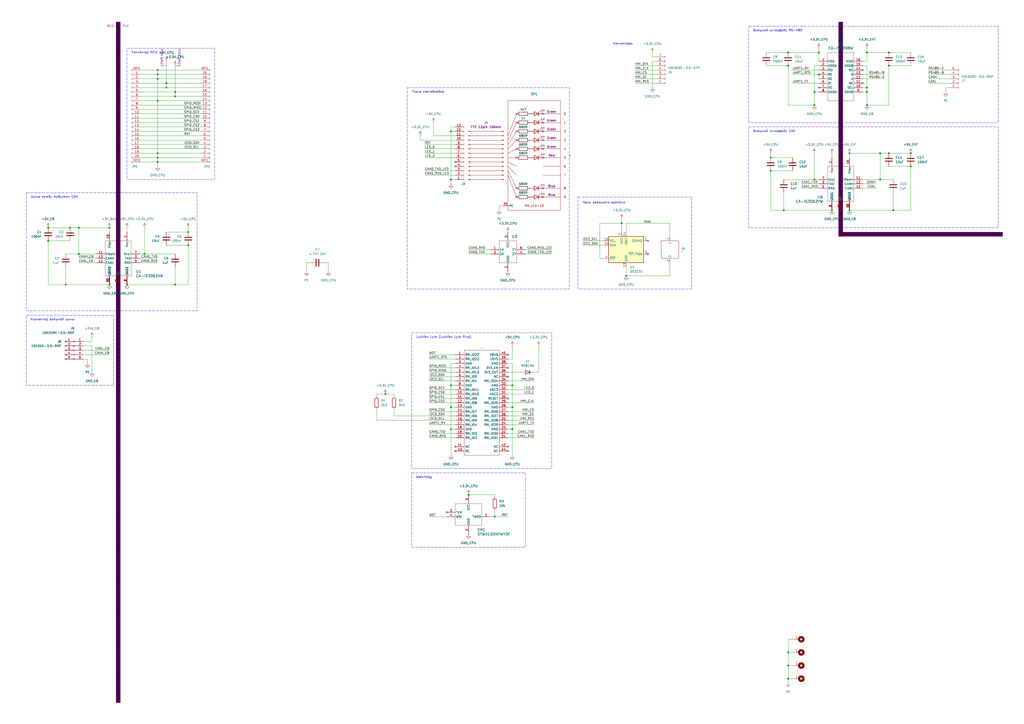
<source format=kicad_sch>
(kicad_sch (version 20250114) (generator "eeschema") (generator_version "9.0")
  (paper "A2")
  (title_block (title "${article} v${version}"))
  (rectangle (start 486.41 134.62) (end 581.66 137.16) (stroke (width 0) (type dot) (color 72 0 72 1)) (fill (type color) (color 72 0 72 1)))
  (rectangle (start 238.76 274.32) (end 304.8 317.5) (stroke (width 0) (type dash)))
  (rectangle (start 238.76 193.04) (end 320.04 271.78) (stroke (width 0) (type dash)))
  (rectangle (start 434.34 73.66) (end 579.12 132.08) (stroke (width 0) (type dash)))
  (rectangle (start 434.34 15.24) (end 579.12 71.12) (stroke (width 0) (type dash)))
  (rectangle (start 73.66 27.94) (end 124.46 104.14) (stroke (width 0) (type dash)))
  (rectangle (start 486.41 12.7) (end 488.95 137.16) (stroke (width 0) (type dot) (color 72 0 72 1)) (fill (type color) (color 72 0 72 1)))
  (rectangle (start 15.24 111.76) (end 114.3 180.34) (stroke (width 0) (type dash)))
  (rectangle (start 67.31 12.7) (end 69.85 407.67) (stroke (width 0) (type dot) (color 72 0 72 1)) (fill (type color) (color 72 0 72 1)))
  (rectangle (start 335.28 114.3) (end 401.32 167.64) (stroke (width 0) (type dash)))
  (rectangle (start 15.24 182.88) (end 66.04 223.52) (stroke (width 0) (type dash)))
  (rectangle (start 236.22 50.8) (end 330.2 167.64) (stroke (width 0) (type dash)))
  (text "BUS" (at 66.04 15.24 0) (effects (font (size 1.27 1.27)) (justify right)))
  (text "Шина между модулями CAN" (at 17.78 114.3 0) (effects (font (size 1.27 1.27)) (justify left)))
  (text "Watchdog" (at 241.3 276.86 0) (effects (font (size 1.27 1.27)) (justify left)))
  (text "Внешний интерфейс RS-485" (at 436.88 17.78 0) (effects (font (size 1.27 1.27)) (justify left)))
  (text "Коннектор внешней шины" (at 17.78 185.42 0) (effects (font (size 1.27 1.27)) (justify left)))
  (text "Внешний интерфейс CAN" (at 436.88 76.2 0) (effects (font (size 1.27 1.27)) (justify left)))
  (text "Коннекторы" (at 355.6 25.4 0) (effects (font (size 1.27 1.27)) (justify left)))
  (text "Luckfox Lyra (Luckfox Lyra Plus)" (at 241.3 195.58 0) (effects (font (size 1.27 1.27)) (justify left)))
  (text "PLC" (at 71.12 15.24 0) (effects (font (size 1.27 1.27)) (justify left)))
  (text "Коннектор MCU" (at 76.2 30.48 0) (effects (font (size 1.27 1.27)) (justify left)))
  (text "Часы реального времени" (at 337.82 116.84 0) (effects (font (size 1.27 1.27)) (justify left top)))
  (text "Плата светодиодов" (at 238.76 53.34 0) (effects (font (size 1.27 1.27)) (justify left)))
  (junction (at 515.62 38.1))
  (junction (at 91.44 88.9))
  (junction (at 502.92 60.96))
  (junction (at 502.92 53.34))
  (junction (at 91.44 45.72))
  (junction (at 261.62 248.92))
  (junction (at 447.04 99.06))
  (junction (at 472.44 53.34))
  (junction (at 287.02 299.72))
  (junction (at 528.32 96.52))
  (junction (at 510.54 104.14))
  (junction (at 91.44 43.18))
  (junction (at 297.18 223.52))
  (junction (at 261.62 236.22))
  (junction (at 45.72 147.32))
  (junction (at 457.2 378.46))
  (junction (at 83.82 147.32))
  (junction (at 91.44 58.42))
  (junction (at 502.92 30.48))
  (junction (at 40.64 132.08))
  (junction (at 474.98 30.48))
  (junction (at 502.92 50.8))
  (junction (at 109.22 134.62))
  (junction (at 515.62 30.48))
  (junction (at 91.44 40.64))
  (junction (at 63.5 165.1))
  (junction (at 96.52 50.8))
  (junction (at 91.44 91.44))
  (junction (at 457.2 38.1))
  (junction (at 492.76 121.92))
  (junction (at 447.04 91.44))
  (junction (at 101.6 53.34))
  (junction (at 271.78 287.02))
  (junction (at 63.5 132.08))
  (junction (at 73.66 165.1))
  (junction (at 472.44 104.14))
  (junction (at 297.18 248.92))
  (junction (at 472.44 60.96))
  (junction (at 109.22 142.24))
  (junction (at 91.44 93.98))
  (junction (at 457.2 393.7))
  (junction (at 457.2 386.08))
  (junction (at 528.32 88.9))
  (junction (at 482.6 121.92))
  (junction (at 27.94 139.7))
  (junction (at 101.6 165.1))
  (junction (at 101.6 55.88))
  (junction (at 454.66 121.92))
  (junction (at 96.52 48.26))
  (junction (at 223.52 228.6))
  (junction (at 363.22 160.02))
  (junction (at 492.76 88.9))
  (junction (at 27.94 132.08))
  (junction (at 38.1 165.1))
  (junction (at 45.72 132.08))
  (junction (at 261.62 223.52))
  (junction (at 518.16 121.92))
  (junction (at 360.68 129.54))
  (junction (at 261.62 76.2))
  (junction (at 261.62 104.14))
  (junction (at 297.18 236.22))
  (junction (at 510.54 88.9))
  (junction (at 474.98 43.18))
  (junction (at 515.62 88.9))
  (junction (at 457.2 30.48))
  (no_connect (at 299.72 76.2))
  (no_connect (at 314.96 76.2))
  (no_connect (at 500.38 40.64))
  (no_connect (at 314.96 66.04))
  (no_connect (at 314.96 81.28))
  (no_connect (at 474.98 50.8))
  (no_connect (at 299.72 114.3))
  (no_connect (at 299.72 109.22))
  (no_connect (at 38.1 208.28))
  (no_connect (at 38.1 198.12))
  (no_connect (at 314.96 86.36))
  (no_connect (at 299.72 86.36))
  (no_connect (at 500.38 48.26))
  (no_connect (at 38.1 205.74))
  (no_connect (at 294.64 213.36))
  (no_connect (at 314.96 91.44))
  (no_connect (at 314.96 71.12))
  (no_connect (at 38.1 203.2))
  (no_connect (at 294.64 205.74))
  (no_connect (at 314.96 109.22))
  (no_connect (at 314.96 114.3))
  (no_connect (at 38.1 200.66))
  (no_connect (at 264.16 96.52))
  (no_connect (at 299.72 81.28))
  (no_connect (at 259.08 297.18))
  (no_connect (at 294.64 231.14))
  (no_connect (at 299.72 71.12))
  (no_connect (at 299.72 91.44))
  (no_connect (at 264.16 93.98))
  (no_connect (at 375.92 147.32))
  (no_connect (at 299.72 66.04))
  (no_connect (at 375.92 139.7))
  (wire (pts (xy 500.38 109.22) (xy 508 109.22)))
  (wire (pts (xy 96.52 48.26) (xy 116.84 48.26)))
  (wire (pts (xy 81.28 73.66) (xy 116.84 73.66)))
  (wire (pts (xy 454.66 121.92) (xy 482.6 121.92)))
  (wire (pts (xy 538.48 45.72) (xy 551.18 45.72)))
  (wire (pts (xy 510.54 88.9) (xy 515.62 88.9)))
  (wire (pts (xy 347.98 129.54) (xy 360.68 129.54)))
  (wire (pts (xy 55.88 147.32) (xy 45.72 147.32)))
  (wire (pts (xy 91.44 40.64) (xy 91.44 43.18)))
  (wire (pts (xy 518.16 111.76) (xy 518.16 121.92)))
  (wire (pts (xy 228.6 237.49) (xy 228.6 241.3)))
  (wire (pts (xy 101.6 53.34) (xy 116.84 53.34)))
  (wire (pts (xy 38.1 165.1) (xy 27.94 165.1)))
  (wire (pts (xy 363.22 154.94) (xy 363.22 160.02)))
  (wire (pts (xy 294.64 243.84) (xy 309.88 243.84)))
  (wire (pts (xy 492.76 121.92) (xy 518.16 121.92)))
  (wire (pts (xy 190.5 157.48) (xy 190.5 152.4)))
  (wire (pts (xy 363.22 134.62) (xy 363.22 129.54)))
  (wire (pts (xy 81.28 58.42) (xy 91.44 58.42)))
  (wire (pts (xy 45.72 132.08) (xy 40.64 132.08)))
  (wire (pts (xy 294.64 248.92) (xy 297.18 248.92)))
  (wire (pts (xy 177.8 152.4) (xy 180.34 152.4)))
  (wire (pts (xy 264.16 210.82) (xy 261.62 210.82)))
  (wire (pts (xy 91.44 91.44) (xy 91.44 93.98)))
  (wire (pts (xy 492.76 88.9) (xy 510.54 88.9)))
  (wire (pts (xy 472.44 88.9) (xy 472.44 104.14)))
  (wire (pts (xy 63.5 165.1) (xy 38.1 165.1)))
  (wire (pts (xy 246.38 99.06) (xy 264.16 99.06)))
  (wire (pts (xy 81.28 71.12) (xy 116.84 71.12)))
  (wire (pts (xy 337.82 142.24) (xy 350.52 142.24)))
  (wire (pts (xy 294.64 236.22) (xy 297.18 236.22)))
  (wire (pts (xy 538.48 48.26) (xy 551.18 48.26)))
  (wire (pts (xy 228.6 228.6) (xy 228.6 229.87)))
  (wire (pts (xy 444.5 30.48) (xy 457.2 30.48)))
  (wire (pts (xy 81.28 91.44) (xy 91.44 91.44)))
  (wire (pts (xy 261.62 223.52) (xy 261.62 236.22)))
  (wire (pts (xy 297.18 248.92) (xy 297.18 264.16)))
  (wire (pts (xy 50.8 208.28) (xy 50.8 210.82)))
  (wire (pts (xy 482.6 88.9) (xy 482.6 91.44)))
  (wire (pts (xy 261.62 236.22) (xy 261.62 248.92)))
  (wire (pts (xy 109.22 142.24) (xy 96.52 142.24)))
  (wire (pts (xy 388.62 129.54) (xy 388.62 137.16)))
  (wire (pts (xy 248.92 254) (xy 264.16 254)))
  (wire (pts (xy 248.92 215.9) (xy 264.16 215.9)))
  (wire (pts (xy 27.94 132.08) (xy 40.64 132.08)))
  (wire (pts (xy 223.52 228.6) (xy 228.6 228.6)))
  (wire (pts (xy 502.92 27.94) (xy 502.92 30.48)))
  (wire (pts (xy 91.44 88.9) (xy 91.44 91.44)))
  (wire (pts (xy 53.34 198.12) (xy 48.26 198.12)))
  (wire (pts (xy 81.28 88.9) (xy 91.44 88.9)))
  (wire (pts (xy 248.92 246.38) (xy 264.16 246.38)))
  (wire (pts (xy 381 33.02) (xy 378.46 33.02)))
  (wire (pts (xy 81.28 81.28) (xy 116.84 81.28)))
  (wire (pts (xy 515.62 60.96) (xy 502.92 60.96)))
  (wire (pts (xy 518.16 121.92) (xy 528.32 121.92)))
  (wire (pts (xy 91.44 88.9) (xy 116.84 88.9)))
  (wire (pts (xy 294.64 228.6) (xy 309.88 228.6)))
  (wire (pts (xy 81.28 53.34) (xy 101.6 53.34)))
  (wire (pts (xy 492.76 88.9) (xy 492.76 91.44)))
  (wire (pts (xy 96.52 35.56) (xy 96.52 48.26)))
  (wire (pts (xy 246.38 86.36) (xy 264.16 86.36)))
  (wire (pts (xy 271.78 144.78) (xy 284.48 144.78)))
  (wire (pts (xy 81.28 93.98) (xy 91.44 93.98)))
  (wire (pts (xy 457.2 30.48) (xy 474.98 30.48)))
  (wire (pts (xy 294.64 215.9) (xy 302.26 215.9)))
  (wire (pts (xy 251.46 71.12) (xy 251.46 78.74)))
  (wire (pts (xy 538.48 43.18) (xy 551.18 43.18)))
  (wire (pts (xy 472.44 53.34) (xy 472.44 60.96)))
  (wire (pts (xy 218.44 229.87) (xy 218.44 228.6)))
  (wire (pts (xy 91.44 43.18) (xy 116.84 43.18)))
  (wire (pts (xy 457.2 370.84) (xy 457.2 378.46)))
  (wire (pts (xy 368.3 38.1) (xy 381 38.1)))
  (wire (pts (xy 502.92 50.8) (xy 502.92 53.34)))
  (wire (pts (xy 261.62 76.2) (xy 264.16 76.2)))
  (wire (pts (xy 248.92 238.76) (xy 264.16 238.76)))
  (wire (pts (xy 447.04 99.06) (xy 459.74 99.06)))
  (wire (pts (xy 261.62 73.66) (xy 261.62 76.2)))
  (wire (pts (xy 91.44 152.4) (xy 81.28 152.4)))
  (wire (pts (xy 81.28 48.26) (xy 96.52 48.26)))
  (wire (pts (xy 81.28 68.58) (xy 116.84 68.58)))
  (wire (pts (xy 248.92 233.68) (xy 264.16 233.68)))
  (wire (pts (xy 91.44 58.42) (xy 116.84 58.42)))
  (wire (pts (xy 457.2 386.08) (xy 457.2 393.7)))
  (wire (pts (xy 457.2 378.46) (xy 457.2 386.08)))
  (wire (pts (xy 109.22 134.62) (xy 96.52 134.62)))
  (wire (pts (xy 538.48 40.64) (xy 551.18 40.64)))
  (wire (pts (xy 294.64 233.68) (xy 309.88 233.68)))
  (wire (pts (xy 48.26 200.66) (xy 53.34 200.66)))
  (wire (pts (xy 81.28 86.36) (xy 116.84 86.36)))
  (wire (pts (xy 261.62 210.82) (xy 261.62 223.52)))
  (wire (pts (xy 109.22 132.08) (xy 109.22 134.62)))
  (wire (pts (xy 528.32 121.92) (xy 528.32 96.52)))
  (wire (pts (xy 459.74 40.64) (xy 474.98 40.64)))
  (wire (pts (xy 218.44 228.6) (xy 223.52 228.6)))
  (wire (pts (xy 464.82 106.68) (xy 474.98 106.68)))
  (wire (pts (xy 48.26 208.28) (xy 50.8 208.28)))
  (wire (pts (xy 294.64 246.38) (xy 309.88 246.38)))
  (wire (pts (xy 360.68 127) (xy 360.68 129.54)))
  (wire (pts (xy 368.3 40.64) (xy 381 40.64)))
  (wire (pts (xy 510.54 104.14) (xy 518.16 104.14)))
  (wire (pts (xy 347.98 149.86) (xy 350.52 149.86)))
  (wire (pts (xy 447.04 91.44) (xy 459.74 91.44)))
  (wire (pts (xy 248.92 220.98) (xy 264.16 220.98)))
  (wire (pts (xy 101.6 55.88) (xy 116.84 55.88)))
  (wire (pts (xy 363.22 129.54) (xy 388.62 129.54)))
  (wire (pts (xy 464.82 109.22) (xy 474.98 109.22)))
  (wire (pts (xy 360.68 129.54) (xy 360.68 134.62)))
  (wire (pts (xy 502.92 38.1) (xy 502.92 50.8)))
  (wire (pts (xy 551.18 50.8) (xy 548.64 50.8)))
  (wire (pts (xy 294.64 238.76) (xy 309.88 238.76)))
  (wire (pts (xy 457.2 38.1) (xy 457.2 60.96)))
  (wire (pts (xy 81.28 43.18) (xy 91.44 43.18)))
  (wire (pts (xy 261.62 104.14) (xy 264.16 104.14)))
  (wire (pts (xy 248.92 213.36) (xy 264.16 213.36)))
  (wire (pts (xy 81.28 40.64) (xy 91.44 40.64)))
  (wire (pts (xy 81.28 45.72) (xy 91.44 45.72)))
  (wire (pts (xy 528.32 88.9) (xy 515.62 88.9)))
  (wire (pts (xy 271.78 147.32) (xy 284.48 147.32)))
  (wire (pts (xy 246.38 101.6) (xy 264.16 101.6)))
  (wire (pts (xy 368.3 48.26) (xy 381 48.26)))
  (wire (pts (xy 91.44 45.72) (xy 116.84 45.72)))
  (wire (pts (xy 289.56 119.38) (xy 289.56 121.92)))
  (wire (pts (xy 459.74 43.18) (xy 474.98 43.18)))
  (wire (pts (xy 45.72 132.08) (xy 45.72 147.32)))
  (wire (pts (xy 312.42 215.9) (xy 309.88 215.9)))
  (wire (pts (xy 261.62 236.22) (xy 264.16 236.22)))
  (wire (pts (xy 474.98 43.18) (xy 474.98 45.72)))
  (wire (pts (xy 251.46 78.74) (xy 264.16 78.74)))
  (wire (pts (xy 101.6 154.94) (xy 101.6 165.1)))
  (wire (pts (xy 461.01 386.08) (xy 457.2 386.08)))
  (wire (pts (xy 297.18 223.52) (xy 297.18 236.22)))
  (wire (pts (xy 287.02 299.72) (xy 294.64 299.72)))
  (wire (pts (xy 287.02 288.29) (xy 287.02 287.02)))
  (wire (pts (xy 81.28 50.8) (xy 96.52 50.8)))
  (wire (pts (xy 55.88 152.4) (xy 45.72 152.4)))
  (wire (pts (xy 48.26 205.74) (xy 63.5 205.74)))
  (wire (pts (xy 474.98 30.48) (xy 474.98 35.56)))
  (wire (pts (xy 502.92 35.56) (xy 500.38 35.56)))
  (wire (pts (xy 101.6 53.34) (xy 101.6 55.88)))
  (wire (pts (xy 96.52 50.8) (xy 116.84 50.8)))
  (wire (pts (xy 447.04 88.9) (xy 447.04 91.44)))
  (wire (pts (xy 515.62 38.1) (xy 528.32 38.1)))
  (wire (pts (xy 459.74 48.26) (xy 474.98 48.26)))
  (wire (pts (xy 457.2 396.24) (xy 457.2 393.7)))
  (wire (pts (xy 91.44 43.18) (xy 91.44 45.72)))
  (wire (pts (xy 27.94 165.1) (xy 27.94 139.7)))
  (wire (pts (xy 91.44 93.98) (xy 91.44 96.52)))
  (wire (pts (xy 218.44 237.49) (xy 218.44 243.84)))
  (wire (pts (xy 38.1 154.94) (xy 38.1 165.1)))
  (wire (pts (xy 91.44 149.86) (xy 81.28 149.86)))
  (wire (pts (xy 297.18 208.28) (xy 297.18 200.66)))
  (wire (pts (xy 474.98 38.1) (xy 472.44 38.1)))
  (wire (pts (xy 502.92 30.48) (xy 502.92 35.56)))
  (wire (pts (xy 91.44 91.44) (xy 116.84 91.44)))
  (wire (pts (xy 91.44 58.42) (xy 91.44 88.9)))
  (wire (pts (xy 461.01 378.46) (xy 457.2 378.46)))
  (wire (pts (xy 454.66 104.14) (xy 472.44 104.14)))
  (wire (pts (xy 228.6 241.3) (xy 264.16 241.3)))
  (wire (pts (xy 101.6 165.1) (xy 73.66 165.1)))
  (wire (pts (xy 474.98 104.14) (xy 472.44 104.14)))
  (wire (pts (xy 109.22 165.1) (xy 101.6 165.1)))
  (wire (pts (xy 500.38 38.1) (xy 502.92 38.1)))
  (wire (pts (xy 500.38 45.72) (xy 513.08 45.72)))
  (wire (pts (xy 248.92 226.06) (xy 264.16 226.06)))
  (wire (pts (xy 81.28 63.5) (xy 116.84 63.5)))
  (wire (pts (xy 368.3 43.18) (xy 381 43.18)))
  (wire (pts (xy 246.38 83.82) (xy 264.16 83.82)))
  (wire (pts (xy 378.46 35.56) (xy 378.46 50.8)))
  (wire (pts (xy 264.16 248.92) (xy 261.62 248.92)))
  (wire (pts (xy 248.92 208.28) (xy 264.16 208.28)))
  (wire (pts (xy 248.92 228.6) (xy 264.16 228.6)))
  (wire (pts (xy 190.5 152.4) (xy 187.96 152.4)))
  (wire (pts (xy 474.98 27.94) (xy 474.98 30.48)))
  (wire (pts (xy 81.28 76.2) (xy 116.84 76.2)))
  (wire (pts (xy 81.28 55.88) (xy 101.6 55.88)))
  (wire (pts (xy 246.38 88.9) (xy 264.16 88.9)))
  (wire (pts (xy 243.84 81.28) (xy 264.16 81.28)))
  (wire (pts (xy 55.88 149.86) (xy 45.72 149.86)))
  (wire (pts (xy 101.6 38.1) (xy 101.6 53.34)))
  (wire (pts (xy 81.28 83.82) (xy 116.84 83.82)))
  (wire (pts (xy 500.38 43.18) (xy 513.08 43.18)))
  (wire (pts (xy 91.44 45.72) (xy 91.44 58.42)))
  (wire (pts (xy 261.62 223.52) (xy 264.16 223.52)))
  (wire (pts (xy 48.26 203.2) (xy 63.5 203.2)))
  (wire (pts (xy 177.8 152.4) (xy 177.8 157.48)))
  (wire (pts (xy 287.02 287.02) (xy 271.78 287.02)))
  (wire (pts (xy 363.22 160.02) (xy 388.62 160.02)))
  (wire (pts (xy 248.92 205.74) (xy 264.16 205.74)))
  (wire (pts (xy 83.82 132.08) (xy 83.82 147.32)))
  (wire (pts (xy 347.98 129.54) (xy 347.98 149.86)))
  (wire (pts (xy 500.38 50.8) (xy 502.92 50.8)))
  (wire (pts (xy 261.62 248.92) (xy 261.62 264.16)))
  (wire (pts (xy 53.34 200.66) (xy 53.34 215.9)))
  (wire (pts (xy 312.42 215.9) (xy 312.42 200.66)))
  (wire (pts (xy 294.64 223.52) (xy 297.18 223.52)))
  (wire (pts (xy 294.64 226.06) (xy 309.88 226.06)))
  (wire (pts (xy 457.2 60.96) (xy 472.44 60.96)))
  (wire (pts (xy 248.92 299.72) (xy 259.08 299.72)))
  (wire (pts (xy 388.62 160.02) (xy 388.62 152.4)))
  (wire (pts (xy 472.44 53.34) (xy 474.98 53.34)))
  (wire (pts (xy 500.38 104.14) (xy 510.54 104.14)))
  (wire (pts (xy 261.62 104.14) (xy 261.62 106.68)))
  (wire (pts (xy 81.28 147.32) (xy 83.82 147.32)))
  (wire (pts (xy 502.92 53.34) (xy 502.92 60.96)))
  (wire (pts (xy 304.8 144.78) (xy 320.04 144.78)))
  (wire (pts (xy 284.48 299.72) (xy 287.02 299.72)))
  (wire (pts (xy 294.64 208.28) (xy 297.18 208.28)))
  (wire (pts (xy 40.64 139.7) (xy 27.94 139.7)))
  (wire (pts (xy 53.34 195.58) (xy 53.34 198.12)))
  (wire (pts (xy 297.18 210.82) (xy 297.18 223.52)))
  (wire (pts (xy 304.8 147.32) (xy 320.04 147.32)))
  (wire (pts (xy 261.62 76.2) (xy 261.62 104.14)))
  (wire (pts (xy 444.5 38.1) (xy 457.2 38.1)))
  (wire (pts (xy 248.92 251.46) (xy 264.16 251.46)))
  (wire (pts (xy 515.62 38.1) (xy 515.62 60.96)))
  (wire (pts (xy 73.66 132.08) (xy 73.66 134.62)))
  (wire (pts (xy 381 35.56) (xy 378.46 35.56)))
  (wire (pts (xy 218.44 243.84) (xy 264.16 243.84)))
  (wire (pts (xy 101.6 147.32) (xy 83.82 147.32)))
  (wire (pts (xy 91.44 93.98) (xy 116.84 93.98)))
  (wire (pts (xy 454.66 111.76) (xy 454.66 121.92)))
  (wire (pts (xy 447.04 121.92) (xy 454.66 121.92)))
  (wire (pts (xy 461.01 370.84) (xy 457.2 370.84)))
  (wire (pts (xy 96.52 48.26) (xy 96.52 50.8)))
  (wire (pts (xy 294.64 254) (xy 309.88 254)))
  (wire (pts (xy 294.64 210.82) (xy 297.18 210.82)))
  (wire (pts (xy 292.1 119.38) (xy 289.56 119.38)))
  (wire (pts (xy 368.3 45.72) (xy 381 45.72)))
  (wire (pts (xy 447.04 99.06) (xy 447.04 121.92)))
  (wire (pts (xy 81.28 78.74) (xy 116.84 78.74)))
  (wire (pts (xy 294.64 241.3) (xy 309.88 241.3)))
  (wire (pts (xy 294.64 220.98) (xy 309.88 220.98)))
  (wire (pts (xy 502.92 30.48) (xy 515.62 30.48)))
  (wire (pts (xy 91.44 40.64) (xy 116.84 40.64)))
  (wire (pts (xy 81.28 60.96) (xy 116.84 60.96)))
  (wire (pts (xy 500.38 53.34) (xy 502.92 53.34)))
  (wire (pts (xy 109.22 142.24) (xy 109.22 165.1)))
  (wire (pts (xy 248.92 231.14) (xy 264.16 231.14)))
  (wire (pts (xy 81.28 66.04) (xy 116.84 66.04)))
  (wire (pts (xy 378.46 33.02) (xy 378.46 30.48)))
  (wire (pts (xy 510.54 88.9) (xy 510.54 104.14)))
  (wire (pts (xy 457.2 393.7) (xy 461.01 393.7)))
  (wire (pts (xy 337.82 139.7) (xy 350.52 139.7)))
  (wire (pts (xy 500.38 106.68) (xy 508 106.68)))
  (wire (pts (xy 45.72 147.32) (xy 38.1 147.32)))
  (wire (pts (xy 63.5 132.08) (xy 45.72 132.08)))
  (wire (pts (xy 287.02 295.91) (xy 287.02 299.72)))
  (wire (pts (xy 243.84 81.28) (xy 243.84 78.74)))
  (wire (pts (xy 246.38 91.44) (xy 264.16 91.44)))
  (wire (pts (xy 297.18 236.22) (xy 297.18 248.92)))
  (wire (pts (xy 515.62 96.52) (xy 528.32 96.52)))
  (wire (pts (xy 63.5 132.08) (xy 63.5 134.62)))
  (wire (pts (xy 548.64 50.8) (xy 548.64 53.34)))
  (wire (pts (xy 515.62 30.48) (xy 528.32 30.48)))
  (wire (pts (xy 472.44 38.1) (xy 472.44 53.34)))
  (wire (pts (xy 248.92 218.44) (xy 264.16 218.44)))
  (wire (pts (xy 294.64 251.46) (xy 309.88 251.46)))
  (wire (pts (xy 264.16 73.66) (xy 261.62 73.66)))
  (label "CAN0_RXD" (at 248.92 254 0))
  (label "SPI0_MOSI" (at 248.92 213.36 0))
  (label "I2C2_SDA" (at 248.92 218.44 0))
  (label "CANL" (at 538.48 48.26 0))
  (label "Vbat" (at 373.38 129.54 0))
  (label "SPI0_CS2" (at 106.68 73.66 0))
  (label "CAN0_RXD_LED" (at 246.38 101.6 0))
  (label "CAN0_RXD" (at 91.44 152.4 180))
  (label "CANH_EB" (at 45.72 149.86 0))
  (label "I2C0_SDA" (at 106.68 83.82 0))
  (label "SPI0_CS0" (at 106.68 68.58 0))
  (label "WDT" (at 248.92 205.74 0))
  (label "CAN0_TXD_LED" (at 246.38 99.06 0))
  (label "LED_1" (at 246.38 88.9 0))
  (label "CAN0_RXD" (at 271.78 144.78 0))
  (label "UART1_TX" (at 309.88 246.38 180))
  (label "HMI_DC" (at 309.88 241.3 180))
  (label "I2C0_SCL" (at 106.68 86.36 0))
  (label "CAN1_RXD" (at 464.82 109.22 0))
  (label "SPI0_CS3" (at 248.92 238.76 0))
  (label "LED_2" (at 246.38 91.44 0))
  (label "RST" (at 106.68 78.74 0))
  (label "HMI_CLK" (at 368.3 40.64 0))
  (label "I2C0_SDA" (at 248.92 241.3 0))
  (label "CANL_EB" (at 63.5 203.2 180))
  (label "CANL_EB" (at 45.72 152.4 0))
  (label "CAN0_TXD" (at 91.44 149.86 180))
  (label "SPI0_CS1" (at 106.68 71.12 0))
  (label "HMI_CS" (at 368.3 43.18 0))
  (label "I2C2_SDA" (at 337.82 142.24 0))
  (label "CANL" (at 508 109.22 180))
  (label "SPI0_CS1" (at 248.92 231.14 0))
  (label "CAN0_TXD_LED" (at 320.04 147.32 180))
  (label "CAN0_TXD" (at 271.78 147.32 0))
  (label "CAN0_TXD" (at 248.92 251.46 0))
  (label "CAN0_RXD_LED" (at 320.04 144.78 180))
  (label "RS485-B" (at 513.08 43.18 180))
  (label "LED_0" (at 309.88 226.06 180))
  (label "LED_1" (at 309.88 228.6 180))
  (label "LED_0" (at 246.38 86.36 0))
  (label "SPI0_MOSI" (at 106.68 60.96 0))
  (label "UART1_RX" (at 248.92 246.38 0))
  (label "CAN1_TXD" (at 309.88 251.46 180))
  (label "CANH" (at 538.48 45.72 0))
  (label "HMI_DIN" (at 309.88 220.98 180))
  (label "CAN1_TXD" (at 464.82 106.68 0))
  (label "SPI0_MISO" (at 106.68 63.5 0))
  (label "SPI0_SCK" (at 248.92 226.06 0))
  (label "I2C0_SCL" (at 248.92 243.84 0))
  (label "I2C2_SCL" (at 248.92 220.98 0))
  (label "HMI_CLK" (at 309.88 233.68 180))
  (label "RS485-A" (at 513.08 45.72 180))
  (label "HMI_RES" (at 309.88 243.84 180))
  (label "SPI0_CS0" (at 248.92 228.6 0))
  (label "UART1_RTS" (at 459.74 43.18 0))
  (label "SPI0_MISO" (at 248.92 215.9 0))
  (label "UART1_RTS" (at 248.92 208.28 0))
  (label "HMI_CS" (at 309.88 238.76 180))
  (label "SPI0_CS2" (at 248.92 233.68 0))
  (label "UART1_TX" (at 459.74 48.26 0))
  (label "CAN1_RXD" (at 309.88 254 180))
  (label "HMI_RES" (at 368.3 48.26 0))
  (label "UART1_RX" (at 459.74 40.64 0))
  (label "CANH_EB" (at 63.5 205.74 180))
  (label "RS485-A" (at 538.48 40.64 0))
  (label "HMI_DC" (at 368.3 45.72 0))
  (label "RST" (at 294.64 299.72 180))
  (label "CANH" (at 508 106.68 180))
  (label "RST" (at 246.38 83.82 0))
  (label "SPI0_SCK" (at 106.68 66.04 0))
  (label "SPI0_CS3" (at 106.68 76.2 0))
  (label "RS485-B" (at 538.48 43.18 0))
  (label "WDT" (at 248.92 299.72 0))
  (label "I2C2_SCL" (at 337.82 139.7 0))
  (label "HMI_DIN" (at 368.3 38.1 0))
  (netclass_flag "" (length 2.54) (shape round) (at 96.52 38.1 90) (property "Netclass" "PWR_MCU" (at 93.98 37.4015 90) (effects (font (italic yes)) (justify left))))
  (netclass_flag "" (length 2.54) (shape round) (at 101.6 38.1 270) (property "Netclass" "PWR_MCU" (at 104.14 37.4015 90) (effects (font (italic yes)) (justify left))))
  (symbol (lib_id "kicad_inventree_lib:C_10uF_16V_0805_MLCC-X7R") (at 457.2 34.29 0) (unit 1)
    (property "Reference" "C11" (at 461.01 33.0199 0) (effects (justify left)))
    (property "Value" "10uF" (at 461.01 35.5599 0) (effects (justify left)))
    (property "Footprint" "Capacitor_SMD:C_0805_2012Metric" (effects (hide yes)))
    (property "Datasheet" "http://inventree.network/part/271/" (effects (hide yes)))
    (property "Description" "Unpolarized capacitor" (effects (hide yes)))
    (property "part_ipn" "C_10uF_16V_0805_MLCC-X7R" (effects (hide yes)))
  )
  (symbol (lib_id "power:+3.3V") (at 474.98 27.94 0) (unit 1)
    (property "Reference" "#PWR036" (effects (hide yes)))
    (property "Value" "+3.3V_CPU" (at 474.98 22.86 0))
    (property "Description" "Power symbol creates a global label with name \"+3.3V\"" (effects (hide yes)))
  )
  (symbol (lib_id "kicad_inventree_lib:C_10uF_16V_0805_MLCC-X7R") (at 515.62 92.71 0) (unit 1)
    (property "Reference" "C14" (at 519.43 91.4399 0) (effects (justify left)))
    (property "Value" "10uF" (at 519.43 93.9799 0) (effects (justify left)))
    (property "Footprint" "Capacitor_SMD:C_0805_2012Metric" (effects (hide yes)))
    (property "Datasheet" "http://inventree.network/part/271/" (effects (hide yes)))
    (property "Description" "Unpolarized capacitor" (effects (hide yes)))
    (property "part_ipn" "C_10uF_16V_0805_MLCC-X7R" (effects (hide yes)))
  )
  (symbol (lib_id "kicad_inventree_lib:R_680R_0603_1%") (at 303.53 86.36 90) (unit 1) (on_board no)
    (property "Reference" "R8" (effects (hide yes)))
    (property "Value" "680R" (at 303.53 83.82 90))
    (property "Footprint" "Resistor_SMD:R_0603_1608Metric" (effects (hide yes)))
    (property "Datasheet" "http://inventree.network/part/281/" (effects (hide yes)))
    (property "Description" "Resistor" (effects (hide yes)))
    (property "part_ipn" "R_680R_0603_1%" (effects (hide yes)))
  )
  (symbol (lib_id "power:+3.3V") (at 378.46 30.48 0) (unit 1)
    (property "Reference" "#PWR030" (effects (hide yes)))
    (property "Value" "+3.3V_CPU" (at 378.46 25.4 0))
    (property "Description" "Power symbol creates a global label with name \"+3.3V\"" (effects (hide yes)))
  )
  (symbol (lib_id "kicad_inventree_lib:R_680R_0603_1%") (at 303.53 114.3 90) (unit 1) (on_board no)
    (property "Reference" "R11" (effects (hide yes)))
    (property "Value" "680R" (at 303.53 111.76 90))
    (property "Footprint" "Resistor_SMD:R_0603_1608Metric" (effects (hide yes)))
    (property "Datasheet" "http://inventree.network/part/281/" (effects (hide yes)))
    (property "Description" "Resistor" (effects (hide yes)))
    (property "part_ipn" "R_680R_0603_1%" (effects (hide yes)))
  )
  (symbol (lib_id "kicad_inventree_lib:XL-1606SYGC") (at 311.15 66.04 180) (unit 1) (on_board no)
    (property "Reference" "D2" (effects (hide yes)))
    (property "Value" "XL-1606SYGC" (effects (hide yes)))
    (property "Footprint" "kicad_inventree_lib:XL-1606" (effects (hide yes)))
    (property "Datasheet" "http://inventree.network/part/278/" (effects (hide yes)))
    (property "Description" "Green" (at 320.04 64.77 0))
    (property "part_ipn" "XL-1606SYGC" (effects (hide yes)))
  )
  (symbol (lib_id "power:+3.3V") (at 294.64 134.62 0) (unit 1)
    (property "Reference" "#PWR023" (effects (hide yes)))
    (property "Value" "+3.3V_CPU" (at 294.64 129.54 0))
    (property "Description" "Power symbol creates a global label with name \"+3.3V\"" (effects (hide yes)))
  )
  (symbol (lib_id "power:+5V") (at 101.6 38.1 0) (unit 1)
    (property "Reference" "#PWR012" (effects (hide yes)))
    (property "Value" "+3.3V_CPU" (at 101.6 33.02 0))
    (property "Description" "Power symbol creates a global label with name \"+5V\"" (effects (hide yes)))
  )
  (symbol (lib_id "kicad_inventree_lib:MountingHole_M4") (at 464.82 370.84 270) (unit 1) (exclude_from_sim yes) (in_bom no)
    (property "Reference" "H1" (effects (hide yes)))
    (property "Value" "M4" (effects (hide yes)))
    (property "Footprint" "MountingHole:MountingHole_4.3mm_M4_Pad_Via" (effects (hide yes)))
  )
  (symbol (lib_id "power:+5V") (at 482.6 88.9 0) (unit 1)
    (property "Reference" "#PWR037" (effects (hide yes)))
    (property "Value" "+5V_CPU" (at 482.6 83.82 0))
    (property "Description" "Power symbol creates a global label with name \"+5V\"" (effects (hide yes)))
  )
  (symbol (lib_id "power:GND") (at 289.56 121.92 0) (mirror y) (unit 1)
    (property "Reference" "#PWR02" (effects (hide yes)))
    (property "Value" "PE" (at 289.56 127 0))
    (property "Description" "Power symbol creates a global label with name \"GND\" , ground" (effects (hide yes)))
  )
  (symbol (lib_id "kicad_inventree_lib:C_100nF_16V_0603_MLCC-X7R") (at 27.94 135.89 0) (mirror y) (unit 1)
    (property "Reference" "C1" (at 24.13 134.6199 0) (effects (justify left)))
    (property "Value" "100nF" (at 24.13 137.1599 0) (effects (justify left)))
    (property "Footprint" "Capacitor_SMD:C_0603_1608Metric" (effects (hide yes)))
    (property "Datasheet" "http://inventree.network/part/221" (effects (hide yes)))
    (property "Description" "Unpolarized capacitor" (effects (hide yes)))
    (property "part_ipn" "C_100nF_16V_0603_MLCC-X7R" (effects (hide yes)))
  )
  (symbol (lib_id "power:GND") (at 50.8 210.82 0) (mirror y) (unit 1)
    (property "Reference" "#PWR047" (effects (hide yes)))
    (property "Value" "PE" (at 50.8 215.9 0))
    (property "Description" "Power symbol creates a global label with name \"GND\" , ground" (effects (hide yes)))
  )
  (symbol (lib_id "kicad_inventree_lib:XL-1606SYGC") (at 311.15 71.12 180) (unit 1) (on_board no)
    (property "Reference" "D3" (effects (hide yes)))
    (property "Value" "XL-1606SYGC" (effects (hide yes)))
    (property "Footprint" "kicad_inventree_lib:XL-1606" (effects (hide yes)))
    (property "Datasheet" "http://inventree.network/part/278/" (effects (hide yes)))
    (property "Description" "Green" (at 320.04 69.85 0))
    (property "part_ipn" "XL-1606SYGC" (effects (hide yes)))
  )
  (symbol (lib_id "power:GND") (at 261.62 106.68 0) (unit 1)
    (property "Reference" "#PWR019" (effects (hide yes)))
    (property "Value" "GND_CPU" (at 261.62 111.76 0))
    (property "Description" "Power symbol creates a global label with name \"GND\" , ground" (effects (hide yes)))
  )
  (symbol (lib_id "power:GND") (at 363.22 160.02 0) (unit 1)
    (property "Reference" "#PWR029" (effects (hide yes)))
    (property "Value" "GND_CPU" (at 363.22 165.1 0))
    (property "Description" "Power symbol creates a global label with name \"GND\" , ground" (effects (hide yes)))
  )
  (symbol (lib_id "kicad_inventree_lib:C_10uF_16V_0805_MLCC-X7R") (at 459.74 95.25 0) (unit 1)
    (property "Reference" "C12" (at 463.55 93.9799 0) (effects (justify left)))
    (property "Value" "10uF" (at 463.55 96.5199 0) (effects (justify left)))
    (property "Footprint" "Capacitor_SMD:C_0805_2012Metric" (effects (hide yes)))
    (property "Datasheet" "http://inventree.network/part/271/" (effects (hide yes)))
    (property "Description" "Unpolarized capacitor" (effects (hide yes)))
    (property "part_ipn" "C_10uF_16V_0805_MLCC-X7R" (effects (hide yes)))
  )
  (symbol (lib_id "kicad_inventree_lib:C_100nF_16V_0603_MLCC-X7R") (at 447.04 95.25 0) (unit 1)
    (property "Reference" "C9" (at 450.85 93.9799 0) (effects (justify left)))
    (property "Value" "100nF" (at 450.85 96.5199 0) (effects (justify left)))
    (property "Footprint" "Capacitor_SMD:C_0603_1608Metric" (effects (hide yes)))
    (property "Datasheet" "http://inventree.network/part/221" (effects (hide yes)))
    (property "Description" "Unpolarized capacitor" (effects (hide yes)))
    (property "part_ipn" "C_100nF_16V_0603_MLCC-X7R" (effects (hide yes)))
  )
  (symbol (lib_id "kicad_inventree_lib:R_680R_0603_1%") (at 303.53 109.22 90) (unit 1) (on_board no)
    (property "Reference" "R10" (effects (hide yes)))
    (property "Value" "680R" (at 303.53 106.68 90))
    (property "Footprint" "Resistor_SMD:R_0603_1608Metric" (effects (hide yes)))
    (property "Datasheet" "http://inventree.network/part/281/" (effects (hide yes)))
    (property "Description" "Resistor" (effects (hide yes)))
    (property "part_ipn" "R_680R_0603_1%" (effects (hide yes)))
  )
  (symbol (lib_id "power:+3.3V") (at 271.78 287.02 0) (unit 1)
    (property "Reference" "#PWR021" (effects (hide yes)))
    (property "Value" "+3.3V_CPU" (at 271.78 281.94 0))
    (property "Description" "Power symbol creates a global label with name \"+3.3V\"" (effects (hide yes)))
  )
  (symbol (lib_id "kicad_inventree_lib:CA-IS3062VW") (at 487.68 96.52 0) (unit 1)
    (property "Reference" "U6" (at 477.52 114.3 0) (effects (font (size 1.524 1.524)) (justify right)))
    (property "Value" "CA-IS3062VW" (at 477.52 116.84 0) (effects (font (size 1.524 1.524)) (justify right)))
    (property "Footprint" "kicad_inventree_lib:SOIC16-WBW_CLG-M" (effects (hide yes)))
    (property "Description" "SOIC-16-WB Isolated CAN Transceivers (with Power)" (effects (hide yes)))
    (property "part_ipn" "CA-IS3062VW" (effects (hide yes)))
  )
  (symbol (lib_id "power:GND") (at 91.44 96.52 0) (unit 1)
    (property "Reference" "#PWR010" (effects (hide yes)))
    (property "Value" "GND_CPU" (at 91.44 101.6 0))
    (property "Description" "Power symbol creates a global label with name \"GND\" , ground" (effects (hide yes)))
  )
  (symbol (lib_id "power:GND") (at 261.62 264.16 0) (unit 1)
    (property "Reference" "#PWR020" (effects (hide yes)))
    (property "Value" "GND_CPU" (at 261.62 269.24 0))
    (property "Description" "Power symbol creates a global label with name \"GND\" , ground" (effects (hide yes)))
  )
  (symbol (lib_id "kicad_inventree_lib:XL-1606SYGC") (at 311.15 81.28 180) (unit 1) (on_board no)
    (property "Reference" "D5" (effects (hide yes)))
    (property "Value" "XL-1606SYGC" (effects (hide yes)))
    (property "Footprint" "kicad_inventree_lib:XL-1606" (effects (hide yes)))
    (property "Datasheet" "http://inventree.network/part/278/" (effects (hide yes)))
    (property "Description" "Green" (at 320.04 80.01 0))
    (property "part_ipn" "XL-1606SYGC" (effects (hide yes)))
  )
  (symbol (lib_id "kicad_inventree_lib:MountingHole_M4") (at 464.82 386.08 270) (unit 1) (exclude_from_sim yes) (in_bom no)
    (property "Reference" "H3" (effects (hide yes)))
    (property "Value" "M4" (effects (hide yes)))
    (property "Footprint" "MountingHole:MountingHole_4.3mm_M4_Pad_Via" (effects (hide yes)))
  )
  (symbol (lib_id "kicad_inventree_lib:C_1uF_50V_0603_MLCC-X7R") (at 454.66 107.95 0) (unit 1)
    (property "Reference" "C10" (at 458.47 106.6799 0) (effects (justify left)))
    (property "Value" "1uF" (at 458.47 109.2199 0) (effects (justify left)))
    (property "Footprint" "Capacitor_SMD:C_0603_1608Metric" (effects (hide yes)))
    (property "Description" "Unpolarized capacitor" (effects (hide yes)))
    (property "part_ipn" "C_1uF_50V_0603_MLCC-X7R" (effects (hide yes)))
  )
  (symbol (lib_id "power:+5V") (at 63.5 132.08 0) (mirror y) (unit 1)
    (property "Reference" "#PWR05" (effects (hide yes)))
    (property "Value" "+5V_BUS" (at 63.5 127 0))
    (property "Description" "Power symbol creates a global label with name \"+5V\"" (effects (hide yes)))
  )
  (symbol (lib_id "kicad_inventree_lib:BS-12-A1AJ002-F") (at 388.62 139.7 0) (unit 1)
    (property "Reference" "J6" (at 394.97 144.1449 0) (effects (justify left)))
    (property "Value" "~" (at 394.97 146.05 0) (effects (justify left)))
    (property "Footprint" "kicad_inventree_lib:BS-12-A1AJ002-F" (effects (hide yes)))
    (property "Datasheet" "http://inventree.network/part/215/" (effects (hide yes)))
    (property "part_ipn" "BS-12-A1AJ002-F" (effects (hide yes)))
  )
  (symbol (lib_id "kicad_inventree_lib:XL-1606SYGC") (at 311.15 86.36 180) (unit 1) (on_board no)
    (property "Reference" "D6" (effects (hide yes)))
    (property "Value" "XL-1606SYGC" (effects (hide yes)))
    (property "Footprint" "kicad_inventree_lib:XL-1606" (effects (hide yes)))
    (property "Datasheet" "http://inventree.network/part/278/" (effects (hide yes)))
    (property "Description" "Green" (at 320.04 85.09 0))
    (property "part_ipn" "XL-1606SYGC" (effects (hide yes)))
  )
  (symbol (lib_id "power:GND") (at 297.18 264.16 0) (unit 1)
    (property "Reference" "#PWR026" (effects (hide yes)))
    (property "Value" "GND_CPU" (at 297.18 269.24 0))
    (property "Description" "Power symbol creates a global label with name \"GND\" , ground" (effects (hide yes)))
  )
  (symbol (lib_id "power:+5V") (at 109.22 132.08 0) (mirror y) (unit 1)
    (property "Reference" "#PWR013" (effects (hide yes)))
    (property "Value" "+5V_CPU" (at 109.22 127 0))
    (property "Description" "Power symbol creates a global label with name \"+5V\"" (effects (hide yes)))
  )
  (symbol (lib_id "kicad_inventree_lib:XL-1606UBC") (at 311.15 114.3 180) (unit 1) (on_board no)
    (property "Reference" "D9" (effects (hide yes)))
    (property "Value" "XL-1606UBC" (effects (hide yes)))
    (property "Footprint" "kicad_inventree_lib:XL-1606" (effects (hide yes)))
    (property "Datasheet" "http://inventree.network/part/277/" (effects (hide yes)))
    (property "Description" "Blue" (at 320.04 113.03 0))
    (property "part_ipn" "XL-1606UBC" (effects (hide yes)))
  )
  (symbol (lib_id "kicad_inventree_lib:C_10uF_16V_0805_MLCC-X7R") (at 96.52 138.43 0) (mirror y) (unit 1)
    (property "Reference" "C4" (at 92.71 137.1599 0) (effects (justify left)))
    (property "Value" "10uF" (at 92.71 139.6999 0) (effects (justify left)))
    (property "Footprint" "Capacitor_SMD:C_0805_2012Metric" (effects (hide yes)))
    (property "Datasheet" "http://inventree.network/part/271/" (effects (hide yes)))
    (property "Description" "Unpolarized capacitor" (effects (hide yes)))
    (property "part_ipn" "C_10uF_16V_0805_MLCC-X7R" (effects (hide yes)))
  )
  (symbol (lib_id "kicad_inventree_lib:R_680R_0603_1%") (at 303.53 81.28 90) (unit 1) (on_board no)
    (property "Reference" "R7" (effects (hide yes)))
    (property "Value" "680R" (at 303.53 78.74 90))
    (property "Footprint" "Resistor_SMD:R_0603_1608Metric" (effects (hide yes)))
    (property "Datasheet" "http://inventree.network/part/281/" (effects (hide yes)))
    (property "Description" "Resistor" (effects (hide yes)))
    (property "part_ipn" "R_680R_0603_1%" (effects (hide yes)))
  )
  (symbol (lib_id "kicad_inventree_lib:R_1k_0603_1%") (at 303.53 71.12 90) (unit 1) (on_board no)
    (property "Reference" "R5" (effects (hide yes)))
    (property "Value" "1k" (at 303.53 68.58 90))
    (property "Footprint" "Resistor_SMD:R_0603_1608Metric" (effects (hide yes)))
    (property "Datasheet" "http://inventree.network/part/280/" (effects (hide yes)))
    (property "Description" "Resistor" (effects (hide yes)))
    (property "part_ipn" "R_1k_0603_1%" (effects (hide yes)))
  )
  (symbol (lib_id "kicad_inventree_lib:XL-1606SURC") (at 311.15 91.44 180) (unit 1) (on_board no)
    (property "Reference" "D7" (effects (hide yes)))
    (property "Value" "XL-1606SURC" (effects (hide yes)))
    (property "Footprint" "kicad_inventree_lib:XL-1606" (effects (hide yes)))
    (property "Datasheet" "http://inventree.network/part/279/" (effects (hide yes)))
    (property "Description" "Red" (at 320.04 90.17 0))
    (property "part_ipn" "XL-1606SURC" (effects (hide yes)))
  )
  (symbol (lib_id "kicad_inventree_lib:R_3k3_0603_1%") (at 218.44 233.68 0) (unit 1)
    (property "Reference" "R1" (at 220.98 232.4099 0) (effects (justify left)))
    (property "Value" "3k3" (at 220.98 234.9499 0) (effects (justify left)))
    (property "Footprint" "Resistor_SMD:R_0603_1608Metric" (effects (hide yes)))
    (property "Datasheet" "http://inventree.network/part/234/" (effects (hide yes)))
    (property "Description" "Resistor" (effects (hide yes)))
    (property "part_ipn" "R_3k3_0603_1%" (effects (hide yes)))
  )
  (symbol (lib_id "kicad_inventree_lib:MountingHole_M4") (at 464.82 393.7 270) (unit 1) (exclude_from_sim yes) (in_bom no)
    (property "Reference" "H4" (effects (hide yes)))
    (property "Value" "M4" (effects (hide yes)))
    (property "Footprint" "MountingHole:MountingHole_4.3mm_M4_Pad_Via" (effects (hide yes)))
  )
  (symbol (lib_id "power:+5V") (at 492.76 88.9 0) (unit 1)
    (property "Reference" "#PWR039" (effects (hide yes)))
    (property "Value" "+5V_EXT" (at 492.76 83.82 0))
    (property "Description" "Power symbol creates a global label with name \"+5V\"" (effects (hide yes)))
  )
  (symbol (lib_id "kicad_inventree_lib:C_100nF_16V_0603_MLCC-X7R") (at 528.32 92.71 0) (unit 1)
    (property "Reference" "C17" (at 532.13 91.4399 0) (effects (justify left)))
    (property "Value" "100nF" (at 532.13 93.9799 0) (effects (justify left)))
    (property "Footprint" "Capacitor_SMD:C_0603_1608Metric" (effects (hide yes)))
    (property "Datasheet" "http://inventree.network/part/221" (effects (hide yes)))
    (property "Description" "Unpolarized capacitor" (effects (hide yes)))
    (property "part_ipn" "C_100nF_16V_0603_MLCC-X7R" (effects (hide yes)))
  )
  (symbol (lib_id "power:+5V") (at 447.04 88.9 0) (unit 1)
    (property "Reference" "#PWR032" (effects (hide yes)))
    (property "Value" "+5V_CPU" (at 447.04 83.82 0))
    (property "Description" "Power symbol creates a global label with name \"+5V\"" (effects (hide yes)))
  )
  (symbol (lib_id "power:GND") (at 271.78 309.88 0) (unit 1)
    (property "Reference" "#PWR022" (effects (hide yes)))
    (property "Value" "GND_CPU" (at 271.78 314.96 0))
    (property "Description" "Power symbol creates a global label with name \"GND\" , ground" (effects (hide yes)))
  )
  (symbol (lib_id "power:+3.3V") (at 312.42 200.66 0) (unit 1)
    (property "Reference" "#PWR027" (effects (hide yes)))
    (property "Value" "+3.3V_CPU" (at 312.42 195.58 0))
    (property "Description" "Power symbol creates a global label with name \"+3.3V\"" (effects (hide yes)))
  )
  (symbol (lib_id "power:+3.3V") (at 360.68 127 0) (unit 1)
    (property "Reference" "#PWR028" (effects (hide yes)))
    (property "Value" "+3.3V_CPU" (at 360.68 121.92 0))
    (property "Description" "Power symbol creates a global label with name \"+3.3V\"" (effects (hide yes)))
  )
  (symbol (lib_id "kicad_inventree_lib:MountingHole_M4") (at 464.82 378.46 270) (unit 1) (exclude_from_sim yes) (in_bom no)
    (property "Reference" "H2" (effects (hide yes)))
    (property "Value" "M4" (effects (hide yes)))
    (property "Footprint" "MountingHole:MountingHole_4.3mm_M4_Pad_Via" (effects (hide yes)))
  )
  (symbol (lib_id "power:+5V") (at 251.46 71.12 0) (unit 1)
    (property "Reference" "#PWR018" (effects (hide yes)))
    (property "Value" "+5V_CPU" (at 251.46 66.04 0))
    (property "Description" "Power symbol creates a global label with name \"+5V\"" (effects (hide yes)))
  )
  (symbol (lib_id "kicad_inventree_lib:STWD100NYWY3F") (at 271.78 304.8 0) (unit 1)
    (property "Reference" "CR1" (at 276.86 307.34 0) (effects (font (size 1.524 1.524)) (justify left)))
    (property "Value" "STWD100NYWY3F" (at 276.86 309.88 0) (effects (font (size 1.524 1.524)) (justify left)))
    (property "Footprint" "kicad_inventree_lib:SOT23-5L_STM" (effects (hide yes)))
    (property "Datasheet" "http://inventree.localhost/platform/part/336/details" (effects (hide yes)))
    (property "part_ipn" "STWD100NYWY3F" (effects (hide yes)))
  )
  (symbol (lib_id "power:+3.3V") (at 243.84 78.74 0) (unit 1)
    (property "Reference" "#PWR017" (effects (hide yes)))
    (property "Value" "+3.3V_CPU" (at 243.84 73.66 0))
    (property "Description" "Power symbol creates a global label with name \"+3.3V\"" (effects (hide yes)))
  )
  (symbol (lib_id "power:GND") (at 492.76 121.92 0) (unit 1)
    (property "Reference" "#PWR040" (effects (hide yes)))
    (property "Value" "GND_EB" (at 492.76 127 0))
    (property "Description" "Power symbol creates a global label with name \"GND\" , ground" (effects (hide yes)))
  )
  (symbol (lib_id "power:+5V") (at 73.66 132.08 0) (mirror y) (unit 1)
    (property "Reference" "#PWR07" (effects (hide yes)))
    (property "Value" "+5V_CPU" (at 73.66 127 0))
    (property "Description" "Power symbol creates a global label with name \"+5V\"" (effects (hide yes)))
  )
  (symbol (lib_id "power:GND") (at 53.34 215.9 0) (mirror y) (unit 1)
    (property "Reference" "#PWR046" (effects (hide yes)))
    (property "Value" "GND_EB" (at 53.34 220.98 0))
    (property "Description" "Power symbol creates a global label with name \"GND\" , ground" (effects (hide yes)))
  )
  (symbol (lib_id "kicad_inventree_lib:15EDGRC-3.5-05P") (at 556.26 40.64 0) (mirror x) (unit 1)
    (property "Reference" "J7" (at 557.53 46.9901 0) (effects (justify left)))
    (property "Value" "15EDGRC-3.5-05P" (at 557.53 44.4501 0) (effects (justify left)))
    (property "Footprint" "kicad_inventree_lib:15EDGRC-3.5-05P" (effects (hide yes)))
    (property "Datasheet" "http://inventree.network/part/238/" (effects (hide yes)))
    (property "Description" "Generic connector, single row, 01x09, script generated" (effects (hide yes)))
    (property "part_ipn" "15EDGRC-3.5-05P" (effects (hide yes)))
  )
  (symbol (lib_id "kicad_inventree_lib:B5819W") (at 306.07 215.9 180) (unit 1)
    (property "Reference" "D1" (at 306.07 209.55 0))
    (property "Value" "B5819W" (at 306.07 212.09 0))
    (property "Footprint" "Diode_SMD:D_SOD-123" (effects (hide yes)))
    (property "Datasheet" "http://inventree.network/part/6/" (effects (hide yes)))
    (property "Description" "Schottky diode" (effects (hide yes)))
    (property "Sim.Device" "D" (effects (hide yes)))
    (property "Sim.Pins" "1=K 2=A" (effects (hide yes)))
    (property "Manufacturer" "MDD" (effects (hide yes)))
    (property "NextPCB_price" "0.0107" (effects (hide yes)))
    (property "NextPCB_url" "https://www.hqonline.com/product-detail/schottky-diode-mdd-b5819w-2500218931" (effects (hide yes)))
    (property "part_ipn" "B5819W" (effects (hide yes)))
  )
  (symbol (lib_id "kicad_inventree_lib:C_10uF_16V_0805_MLCC-X7R") (at 528.32 34.29 0) (unit 1)
    (property "Reference" "C16" (at 532.13 33.0199 0) (effects (justify left)))
    (property "Value" "10uF" (at 532.13 35.5599 0) (effects (justify left)))
    (property "Footprint" "Capacitor_SMD:C_0805_2012Metric" (effects (hide yes)))
    (property "Datasheet" "http://inventree.network/part/271/" (effects (hide yes)))
    (property "Description" "Unpolarized capacitor" (effects (hide yes)))
    (property "part_ipn" "C_10uF_16V_0805_MLCC-X7R" (effects (hide yes)))
  )
  (symbol (lib_id "power:+3.3V") (at 223.52 228.6 0) (unit 1)
    (property "Reference" "#PWR016" (effects (hide yes)))
    (property "Value" "+3.3V_CPU" (at 223.52 223.52 0))
    (property "Description" "Power symbol creates a global label with name \"+3.3V\"" (effects (hide yes)))
  )
  (symbol (lib_id "kicad_inventree_lib:R_680R_0603_1%") (at 303.53 76.2 90) (unit 1) (on_board no)
    (property "Reference" "R6" (effects (hide yes)))
    (property "Value" "680R" (at 303.53 73.66 90))
    (property "Footprint" "Resistor_SMD:R_0603_1608Metric" (effects (hide yes)))
    (property "Datasheet" "http://inventree.network/part/281/" (effects (hide yes)))
    (property "Description" "Resistor" (effects (hide yes)))
    (property "part_ipn" "R_680R_0603_1%" (effects (hide yes)))
  )
  (symbol (lib_id "power:+3.3V") (at 472.44 88.9 0) (unit 1)
    (property "Reference" "#PWR035" (effects (hide yes)))
    (property "Value" "+3.3V_CPU" (at 472.44 83.82 0))
    (property "Description" "Power symbol creates a global label with name \"+3.3V\"" (effects (hide yes)))
  )
  (symbol (lib_id "power:+5V") (at 96.52 35.56 0) (unit 1)
    (property "Reference" "#PWR011" (effects (hide yes)))
    (property "Value" "+5V_CPU" (at 96.52 30.48 0))
    (property "Description" "Power symbol creates a global label with name \"+5V\"" (effects (hide yes)))
  )
  (symbol (lib_id "power:GND") (at 472.44 60.96 0) (unit 1)
    (property "Reference" "#PWR034" (effects (hide yes)))
    (property "Value" "GND_CPU" (at 472.44 66.04 0))
    (property "Description" "Power symbol creates a global label with name \"GND\" , ground" (effects (hide yes)))
  )
  (symbol (lib_id "kicad_inventree_lib:XL-1606UBC") (at 311.15 109.22 180) (unit 1) (on_board no)
    (property "Reference" "D8" (effects (hide yes)))
    (property "Value" "XL-1606UBC" (effects (hide yes)))
    (property "Footprint" "kicad_inventree_lib:XL-1606" (effects (hide yes)))
    (property "Datasheet" "http://inventree.network/part/277/" (effects (hide yes)))
    (property "Description" "Blue" (at 320.04 107.95 0))
    (property "part_ipn" "XL-1606UBC" (effects (hide yes)))
  )
  (symbol (lib_id "power:+5V") (at 27.94 132.08 0) (mirror y) (unit 1)
    (property "Reference" "#PWR01" (effects (hide yes)))
    (property "Value" "+5V_EB" (at 27.94 127 0))
    (property "Description" "Power symbol creates a global label with name \"+5V\"" (effects (hide yes)))
  )
  (symbol (lib_id "kicad_inventree_lib:C_10uF_16V_0805_MLCC-X7R") (at 40.64 135.89 0) (mirror y) (unit 1)
    (property "Reference" "C3" (at 36.83 134.6199 0) (effects (justify left)))
    (property "Value" "10uF" (at 36.83 137.1599 0) (effects (justify left)))
    (property "Footprint" "Capacitor_SMD:C_0805_2012Metric" (effects (hide yes)))
    (property "Datasheet" "http://inventree.network/part/271/" (effects (hide yes)))
    (property "Description" "Unpolarized capacitor" (effects (hide yes)))
    (property "part_ipn" "C_10uF_16V_0805_MLCC-X7R" (effects (hide yes)))
  )
  (symbol (lib_id "kicad_inventree_lib:15EDGK-3.5-05P") (at 43.18 208.28 0) (mirror y) (unit 1) (on_board no)
    (property "Reference" "J8" (at 35.56 198.12 0) (effects (justify left)))
    (property "Value" "15EDGK-3.5-05P" (at 35.56 200.66 0) (effects (justify left)))
    (property "Datasheet" "http://inventree.network/part/250/" (effects (hide yes)))
    (property "Description" "Generic connector, single row, 01x10, script generated" (effects (hide yes)))
    (property "part_ipn" "15EDGK-3.5-05P" (effects (hide yes)))
  )
  (symbol (lib_id "kicad_inventree_lib:C_100nF_16V_0603_MLCC-X7R") (at 109.22 138.43 0) (mirror y) (unit 1)
    (property "Reference" "C6" (at 105.41 137.1599 0) (effects (justify left)))
    (property "Value" "100nF" (at 105.41 139.6999 0) (effects (justify left)))
    (property "Footprint" "Capacitor_SMD:C_0603_1608Metric" (effects (hide yes)))
    (property "Datasheet" "http://inventree.network/part/221" (effects (hide yes)))
    (property "Description" "Unpolarized capacitor" (effects (hide yes)))
    (property "part_ipn" "C_100nF_16V_0603_MLCC-X7R" (effects (hide yes)))
  )
  (symbol (lib_id "kicad_inventree_lib:C_4.7nF_2kV_1812_MLCC-X7R") (at 184.15 152.4 90) (unit 1)
    (property "Reference" "C7" (at 184.15 144.78 90))
    (property "Value" "4.7nF 2kV" (at 184.15 147.32 90))
    (property "Footprint" "Capacitor_SMD:C_1812_4532Metric" (effects (hide yes)))
    (property "Datasheet" "http://inventree.network/part/112/" (effects (hide yes)))
    (property "Description" "Unpolarized capacitor" (effects (hide yes)))
    (property "part_ipn" "C_4.7nF_2kV_1812_MLCC-X7R" (effects (hide yes)))
  )
  (symbol (lib_id "power:GND") (at 294.64 157.48 0) (unit 1)
    (property "Reference" "#PWR024" (effects (hide yes)))
    (property "Value" "GND_CPU" (at 294.64 162.56 0))
    (property "Description" "Power symbol creates a global label with name \"GND\" , ground" (effects (hide yes)))
  )
  (symbol (lib_id "power:+5V") (at 297.18 200.66 0) (unit 1)
    (property "Reference" "#PWR025" (effects (hide yes)))
    (property "Value" "+5V_CPU" (at 297.18 195.58 0))
    (property "Description" "Power symbol creates a global label with name \"+5V\"" (effects (hide yes)))
  )
  (symbol (lib_id "kicad_inventree_lib:15EDGRC-3.5-05P") (at 43.18 208.28 0) (mirror y) (unit 1)
    (property "Reference" "J9" (at 43.18 190.5 0) (effects (justify left)))
    (property "Value" "15EDGRC-3.5-05P" (at 43.18 193.04 0) (effects (justify left)))
    (property "Footprint" "kicad_inventree_lib:15EDGRC-3.5-05P" (effects (hide yes)))
    (property "Datasheet" "http://inventree.network/part/238/" (effects (hide yes)))
    (property "Description" "Generic connector, single row, 01x09, script generated" (effects (hide yes)))
    (property "part_ipn" "15EDGRC-3.5-05P" (effects (hide yes)))
  )
  (symbol (lib_id "kicad_inventree_lib:C_100nF_16V_0603_MLCC-X7R") (at 444.5 34.29 0) (unit 1)
    (property "Reference" "C8" (at 448.31 33.0199 0) (effects (justify left)))
    (property "Value" "100nF" (at 448.31 35.5599 0) (effects (justify left)))
    (property "Footprint" "Capacitor_SMD:C_0603_1608Metric" (effects (hide yes)))
    (property "Datasheet" "http://inventree.network/part/221" (effects (hide yes)))
    (property "Description" "Unpolarized capacitor" (effects (hide yes)))
    (property "part_ipn" "C_100nF_16V_0603_MLCC-X7R" (effects (hide yes)))
  )
  (symbol (lib_id "kicad_inventree_lib:R_4k7_0603_1%") (at 303.53 66.04 90) (unit 1) (on_board no)
    (property "Reference" "R4" (effects (hide yes)))
    (property "Value" "4k7" (at 303.53 63.5 90))
    (property "Footprint" "Resistor_SMD:R_0603_1608Metric" (effects (hide yes)))
    (property "Datasheet" "http://inventree.network/part/262/" (effects (hide yes)))
    (property "Description" "Resistor" (effects (hide yes)))
    (property "part_ipn" "R_4k7_0603_1%" (effects (hide yes)))
  )
  (symbol (lib_id "power:Earth") (at 457.2 396.24 0) (unit 1)
    (property "Reference" "#PWR033" (effects (hide yes)))
    (property "Value" "PE" (at 457.2 401.32 0))
    (property "Description" "Power symbol creates a global label with name \"Earth\"" (effects (hide yes)))
  )
  (symbol (lib_id "kicad_inventree_lib:R_680R_0603_1%") (at 303.53 91.44 90) (unit 1) (on_board no)
    (property "Reference" "R9" (effects (hide yes)))
    (property "Value" "680R" (at 303.53 88.9 90))
    (property "Footprint" "Resistor_SMD:R_0603_1608Metric" (effects (hide yes)))
    (property "Datasheet" "http://inventree.network/part/281/" (effects (hide yes)))
    (property "Description" "Resistor" (effects (hide yes)))
    (property "part_ipn" "R_680R_0603_1%" (effects (hide yes)))
  )
  (symbol (lib_id "power:+3.3V") (at 502.92 27.94 0) (unit 1)
    (property "Reference" "#PWR041" (effects (hide yes)))
    (property "Value" "+3.3V_EXT" (at 502.92 22.86 0))
    (property "Description" "Power symbol creates a global label with name \"+3.3V\"" (effects (hide yes)))
  )
  (symbol (lib_id "kicad_inventree_lib:LuckfoxLyraPlus") (at 279.4 203.2 0) (unit 1)
    (property "Reference" "U2" (effects (hide yes)))
    (property "Value" "~" (at 279.4 201.93 0))
    (property "Footprint" "kicad_inventree_lib:LuckfoxLyraPlus" (effects (hide yes)))
  )
  (symbol (lib_id "kicad_inventree_lib:15EDGRC-3.5-07P") (at 386.08 38.1 0) (mirror x) (unit 1)
    (property "Reference" "J5" (at 387.35 41.9101 0) (effects (justify left)))
    (property "Value" "15EDGRC-3.5-07P" (at 387.35 39.3701 0) (effects (justify left)))
    (property "Footprint" "kicad_inventree_lib:15EDGRC-3.5-07P" (effects (hide yes)))
    (property "Description" "Generic connector, single row, 01x09, script generated" (effects (hide yes)))
    (property "part_ipn" "15EDGRC-3.5-07P" (effects (hide yes)))
  )
  (symbol (lib_id "kicad_inventree_lib:R_3k3_0603_1%") (at 228.6 233.68 0) (unit 1)
    (property "Reference" "R2" (at 231.14 232.4099 0) (effects (justify left)))
    (property "Value" "3k3" (at 231.14 234.9499 0) (effects (justify left)))
    (property "Footprint" "Resistor_SMD:R_0603_1608Metric" (effects (hide yes)))
    (property "Datasheet" "http://inventree.network/part/234/" (effects (hide yes)))
    (property "Description" "Resistor" (effects (hide yes)))
    (property "part_ipn" "R_3k3_0603_1%" (effects (hide yes)))
  )
  (symbol (lib_id "power:GND") (at 190.5 157.48 0) (unit 1)
    (property "Reference" "#PWR015" (effects (hide yes)))
    (property "Value" "GND_CPU" (at 190.5 162.56 0))
    (property "Description" "Power symbol creates a global label with name \"GND\" , ground" (effects (hide yes)))
  )
  (symbol (lib_id "power:GND") (at 378.46 50.8 0) (unit 1)
    (property "Reference" "#PWR031" (effects (hide yes)))
    (property "Value" "GND_CPU" (at 378.46 55.88 0))
    (property "Description" "Power symbol creates a global label with name \"GND\" , ground" (effects (hide yes)))
  )
  (symbol (lib_id "kicad_inventree_lib:CA-IS3062VW") (at 68.58 139.7 0) (mirror y) (unit 1)
    (property "Reference" "U1" (at 78.74 157.48 0) (effects (font (size 1.524 1.524)) (justify right)))
    (property "Value" "CA-IS3062VW" (at 78.74 160.02 0) (effects (font (size 1.524 1.524)) (justify right)))
    (property "Footprint" "kicad_inventree_lib:SOIC16-WBW_CLG-M" (effects (hide yes)))
    (property "Description" "SOIC-16-WB Isolated CAN Transceivers (with Power)" (effects (hide yes)))
    (property "part_ipn" "CA-IS3062VW" (effects (hide yes)))
  )
  (symbol (lib_id "power:+3.3V") (at 83.82 132.08 0) (mirror y) (unit 1)
    (property "Reference" "#PWR09" (effects (hide yes)))
    (property "Value" "+3.3V_CPU" (at 83.82 127 0))
    (property "Description" "Power symbol creates a global label with name \"+3.3V\"" (effects (hide yes)))
  )
  (symbol (lib_id "kicad_inventree_lib:R_10k_0603_1%") (at 287.02 292.1 0) (unit 1)
    (property "Reference" "R3" (at 289.56 290.8299 0) (effects (justify left)))
    (property "Value" "10k" (at 289.56 293.3699 0) (effects (justify left)))
    (property "Footprint" "Resistor_SMD:R_0603_1608Metric" (effects (hide yes)))
    (property "Datasheet" "http://inventree.network/part/222/" (effects (hide yes)))
    (property "Description" "Resistor" (effects (hide yes)))
    (property "part_ipn" "R_10k_0603_1%" (effects (hide yes)))
  )
  (symbol (lib_id "kicad_inventree_lib:C_1uF_50V_0603_MLCC-X7R") (at 101.6 151.13 0) (mirror y) (unit 1)
    (property "Reference" "C5" (at 97.79 149.8599 0) (effects (justify left)))
    (property "Value" "1uF" (at 97.79 152.3999 0) (effects (justify left)))
    (property "Footprint" "Capacitor_SMD:C_0603_1608Metric" (effects (hide yes)))
    (property "Description" "Unpolarized capacitor" (effects (hide yes)))
    (property "part_ipn" "C_1uF_50V_0603_MLCC-X7R" (effects (hide yes)))
  )
  (symbol (lib_id "kicad_inventree_lib:DS3231") (at 363.22 144.78 0) (unit 1)
    (property "Reference" "U4" (at 365.4141 154.94 0) (effects (justify left)))
    (property "Value" "DS3231" (at 365.4141 157.48 0) (effects (justify left)))
    (property "Footprint" "Package_SO:SOIC-16W_7.5x10.3mm_P1.27mm" (effects (hide yes)))
    (property "Datasheet" "http://inventree.network/part/119/" (effects (hide yes)))
    (property "Description" "Extremely Accurate I2C-Integrated RTC/TCXO/Crystal SOIC-16" (effects (hide yes)))
    (property "part_ipn" "DS3231SN" (effects (hide yes)))
  )
  (symbol (lib_id "kicad_inventree_lib:AFA07-S12FCC-00") (at 269.24 93.98 0) (mirror x) (unit 1)
    (property "Reference" "J3" (at 268.605 106.68 0))
    (property "Value" "AFA07-S10FCC-00" (effects (hide yes)))
    (property "Footprint" "kicad_inventree_lib:CONN10_AFA07-S12_JUS" (effects (hide yes)))
    (property "Datasheet" "http://inventree.network/part/170/" (effects (hide yes)))
    (property "Description" "Generic connector, single row, 01x10, script generated" (effects (hide yes)))
    (property "part_ipn" "AFA07-S12FCC-00" (effects (hide yes)))
  )
  (symbol (lib_id "kicad_inventree_lib:C_1uF_50V_0603_MLCC-X7R") (at 38.1 151.13 0) (mirror y) (unit 1)
    (property "Reference" "C2" (at 34.29 149.8599 0) (effects (justify left)))
    (property "Value" "1uF" (at 34.29 152.3999 0) (effects (justify left)))
    (property "Footprint" "Capacitor_SMD:C_0603_1608Metric" (effects (hide yes)))
    (property "Description" "Unpolarized capacitor" (effects (hide yes)))
    (property "part_ipn" "C_1uF_50V_0603_MLCC-X7R" (effects (hide yes)))
  )
  (symbol (lib_id "power:+5V") (at 53.34 195.58 0) (mirror y) (unit 1)
    (property "Reference" "#PWR045" (effects (hide yes)))
    (property "Value" "+24V_EB" (at 53.34 190.5 0))
    (property "Description" "Power symbol creates a global label with name \"+5V\"" (effects (hide yes)))
  )
  (symbol (lib_id "kicad_inventree_lib:CA-IS3098W") (at 487.68 30.48 0) (unit 1)
    (property "Reference" "U5" (at 487.68 25.4 0) (effects (font (size 1.524 1.524))))
    (property "Value" "CA-IS3098W" (at 487.68 27.94 0) (effects (font (size 1.524 1.524))))
    (property "Footprint" "kicad_inventree_lib:SOIC16-WBW_CLG" (effects (hide yes)))
    (property "Datasheet" "http://inventree.network/part/218/" (effects (hide yes)))
    (property "part_ipn" "CA-IS3098W" (effects (hide yes)))
  )
  (symbol (lib_id "kicad_inventree_lib:SN74LVC2G14DBVR") (at 294.64 139.7 0) (unit 1)
    (property "Reference" "U3" (at 296.7833 137.16 0) (effects (font (size 1.524 1.524)) (justify left)))
    (property "Value" "SN74LVC2G14DBVR" (effects (hide yes)))
    (property "Footprint" "kicad_inventree_lib:DBV6-M" (effects (hide yes)))
    (property "Datasheet" "http://inventree.network/part/216/" (effects (hide yes)))
    (property "part_ipn" "SN74LVC2G14DBVR" (effects (hide yes)))
  )
  (symbol (lib_id "kicad_inventree_lib:XL-1606SYGC") (at 311.15 76.2 180) (unit 1) (on_board no)
    (property "Reference" "D4" (effects (hide yes)))
    (property "Value" "XL-1606SYGC" (effects (hide yes)))
    (property "Footprint" "kicad_inventree_lib:XL-1606" (effects (hide yes)))
    (property "Datasheet" "http://inventree.network/part/278/" (effects (hide yes)))
    (property "Description" "Green" (at 320.04 74.93 0))
    (property "part_ipn" "XL-1606SYGC" (effects (hide yes)))
  )
  (symbol (lib_id "power:GND") (at 482.6 121.92 0) (unit 1)
    (property "Reference" "#PWR038" (effects (hide yes)))
    (property "Value" "GND_CPU" (at 482.6 127 0))
    (property "Description" "Power symbol creates a global label with name \"GND\" , ground" (effects (hide yes)))
  )
  (symbol (lib_id "kicad_inventree_lib:AFA07-S20FCC-00") (at 76.2 53.34 0) (mirror y) (unit 1)
    (property "Reference" "JM1" (at 76.2 96.52 0) (effects (justify right)))
    (property "Value" "AFA07-S20FCC-00" (effects (hide yes)))
    (property "Footprint" "kicad_inventree_lib:AFA07S20FCA00" (effects (hide yes)))
    (property "Description" "Slide Lock 20P Bottom Contact Surface Mount, Right Angle 1mm SMD,P=1mm,Surface Mount，Right Angle FFC, FPC (Flat Flexible) Connector Assemblies ROHS" (effects (hide yes)))
    (property "part_ipn" "AFA07-S20FCC-00" (effects (hide yes)))
  )
  (symbol (lib_id "power:GND") (at 177.8 157.48 0) (unit 1)
    (property "Reference" "#PWR014" (effects (hide yes)))
    (property "Value" "PE" (at 177.8 162.56 0))
    (property "Description" "Power symbol creates a global label with name \"GND\" , ground" (effects (hide yes)))
  )
  (symbol (lib_id "power:GND") (at 502.92 60.96 0) (unit 1)
    (property "Reference" "#PWR042" (effects (hide yes)))
    (property "Value" "GND_EB" (at 502.92 66.04 0))
    (property "Description" "Power symbol creates a global label with name \"GND\" , ground" (effects (hide yes)))
  )
  (symbol (lib_id "kicad_inventree_lib:PMLED-10-v0.0.2") (at 309.88 58.42 0) (unit 1)
    (property "Reference" "SP1" (at 309.88 54.61 0))
    (property "Value" "~" (at 330.2 90.1699 0) (effects (justify left)))
    (property "Footprint" "kicad_inventree_lib:PMLED-xx-v0.0.2" (effects (hide yes)))
    (property "part_ipn" "PMLED-10-v0.0.2" (effects (hide yes)))
  )
  (symbol (lib_id "kicad_inventree_lib:FFC_12P_P1.0_100mm_straight") (at 281.94 73.66 0) (unit 1) (on_board no)
    (property "Reference" "J4" (at 281.94 71.12 0))
    (property "Value" "FFC_12P_P1.0_100mm_straight" (effects (hide yes)))
    (property "Datasheet" "http://inventree.network/part/291/" (effects (hide yes)))
    (property "Description" "FFC 12pin 100mm" (at 281.94 73.66 0))
    (property "part_ipn" "FFC_12P_P1.0_100mm_straight" (effects (hide yes)))
  )
  (symbol (lib_id "kicad_inventree_lib:AFA07-S20FCC-00") (at 121.92 81.28 0) (mirror x) (unit 1)
    (property "Reference" "JM2" (at 121.92 96.52 0) (effects (justify right)))
    (property "Value" "AFA07-S20FCC-00" (effects (hide yes)))
    (property "Footprint" "kicad_inventree_lib:AFA07S20FCA00" (effects (hide yes)))
    (property "Description" "Slide Lock 20P Bottom Contact Surface Mount, Right Angle 1mm SMD,P=1mm,Surface Mount，Right Angle FFC, FPC (Flat Flexible) Connector Assemblies ROHS" (effects (hide yes)))
    (property "part_ipn" "AFA07-S20FCC-00" (effects (hide yes)))
  )
  (symbol (lib_id "power:GND") (at 548.64 53.34 0) (unit 1)
    (property "Reference" "#PWR044" (effects (hide yes)))
    (property "Value" "PE" (at 548.64 58.42 0))
    (property "Description" "Power symbol creates a global label with name \"GND\" , ground" (effects (hide yes)))
  )
  (symbol (lib_id "power:+5V") (at 528.32 88.9 0) (unit 1)
    (property "Reference" "#PWR043" (effects (hide yes)))
    (property "Value" "+5V_EXT" (at 528.32 83.82 0))
    (property "Description" "Power symbol creates a global label with name \"+5V\"" (effects (hide yes)))
  )
  (symbol (lib_id "kicad_inventree_lib:C_100nF_16V_0603_MLCC-X7R") (at 515.62 34.29 0) (unit 1)
    (property "Reference" "C13" (at 519.43 33.0199 0) (effects (justify left)))
    (property "Value" "100nF" (at 519.43 35.5599 0) (effects (justify left)))
    (property "Footprint" "Capacitor_SMD:C_0603_1608Metric" (effects (hide yes)))
    (property "Datasheet" "http://inventree.network/part/221" (effects (hide yes)))
    (property "Description" "Unpolarized capacitor" (effects (hide yes)))
    (property "part_ipn" "C_100nF_16V_0603_MLCC-X7R" (effects (hide yes)))
  )
  (symbol (lib_id "power:GND") (at 73.66 165.1 0) (mirror y) (unit 1)
    (property "Reference" "#PWR08" (effects (hide yes)))
    (property "Value" "GND_CPU" (at 73.66 170.18 0))
    (property "Description" "Power symbol creates a global label with name \"GND\" , ground" (effects (hide yes)))
  )
  (symbol (lib_id "power:GND") (at 63.5 165.1 0) (mirror y) (unit 1)
    (property "Reference" "#PWR06" (effects (hide yes)))
    (property "Value" "GND_EB" (at 63.5 170.18 0))
    (property "Description" "Power symbol creates a global label with name \"GND\" , ground" (effects (hide yes)))
  )
  (symbol (lib_id "kicad_inventree_lib:C_1uF_50V_0603_MLCC-X7R") (at 518.16 107.95 0) (unit 1)
    (property "Reference" "C15" (at 521.97 106.6799 0) (effects (justify left)))
    (property "Value" "1uF" (at 521.97 109.2199 0) (effects (justify left)))
    (property "Footprint" "Capacitor_SMD:C_0603_1608Metric" (effects (hide yes)))
    (property "Description" "Unpolarized capacitor" (effects (hide yes)))
    (property "part_ipn" "C_1uF_50V_0603_MLCC-X7R" (effects (hide yes)))
  )
)
</source>
